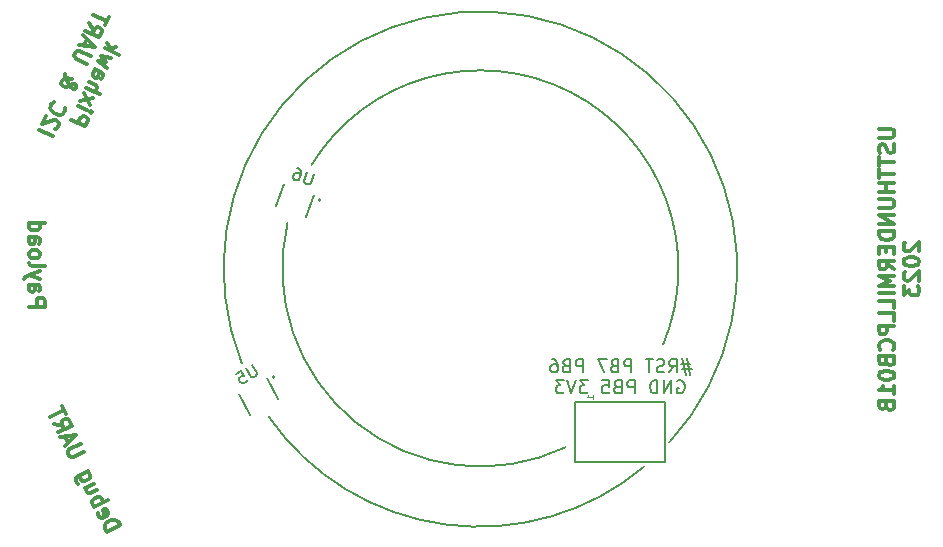
<source format=gbr>
%TF.GenerationSoftware,KiCad,Pcbnew,6.0.11+dfsg-1~bpo11+1*%
%TF.CreationDate,2023-06-13T12:56:10+00:00*%
%TF.ProjectId,USTTHUNDERMILLPCB01,55535454-4855-44e4-9445-524d494c4c50,rev?*%
%TF.SameCoordinates,Original*%
%TF.FileFunction,Legend,Bot*%
%TF.FilePolarity,Positive*%
%FSLAX46Y46*%
G04 Gerber Fmt 4.6, Leading zero omitted, Abs format (unit mm)*
G04 Created by KiCad (PCBNEW 6.0.11+dfsg-1~bpo11+1) date 2023-06-13 12:56:10*
%MOMM*%
%LPD*%
G01*
G04 APERTURE LIST*
%ADD10C,0.150000*%
%ADD11C,0.200000*%
%ADD12C,0.300000*%
%ADD13C,0.050000*%
%ADD14C,0.127000*%
G04 APERTURE END LIST*
D10*
X15996943Y-14728893D02*
G75*
G03*
X-20199999Y-8050000I-15996943J14728893D01*
G01*
X-17923152Y-12566128D02*
G75*
G03*
X13850000Y-16800000I17823152J12416128D01*
G01*
X15477987Y-6440840D02*
G75*
G03*
X-14300000Y8750000I-15477987J6440840D01*
G01*
X-16322019Y3867063D02*
G75*
G03*
X7200000Y-15149999I16322019J-3867063D01*
G01*
D11*
X17769047Y-8078785D02*
X16983333Y-8078785D01*
X17454761Y-7607357D02*
X17769047Y-9021642D01*
X17088095Y-8550214D02*
X17873809Y-8550214D01*
X17402380Y-9021642D02*
X17088095Y-7607357D01*
X15988095Y-8812119D02*
X16354761Y-8288309D01*
X16616666Y-8812119D02*
X16616666Y-7712119D01*
X16197619Y-7712119D01*
X16092857Y-7764500D01*
X16040476Y-7816880D01*
X15988095Y-7921642D01*
X15988095Y-8078785D01*
X16040476Y-8183547D01*
X16092857Y-8235928D01*
X16197619Y-8288309D01*
X16616666Y-8288309D01*
X15569047Y-8759738D02*
X15411904Y-8812119D01*
X15150000Y-8812119D01*
X15045238Y-8759738D01*
X14992857Y-8707357D01*
X14940476Y-8602595D01*
X14940476Y-8497833D01*
X14992857Y-8393071D01*
X15045238Y-8340690D01*
X15150000Y-8288309D01*
X15359523Y-8235928D01*
X15464285Y-8183547D01*
X15516666Y-8131166D01*
X15569047Y-8026404D01*
X15569047Y-7921642D01*
X15516666Y-7816880D01*
X15464285Y-7764500D01*
X15359523Y-7712119D01*
X15097619Y-7712119D01*
X14940476Y-7764500D01*
X14626190Y-7712119D02*
X13997619Y-7712119D01*
X14311904Y-8812119D02*
X14311904Y-7712119D01*
X12792857Y-8812119D02*
X12792857Y-7712119D01*
X12373809Y-7712119D01*
X12269047Y-7764500D01*
X12216666Y-7816880D01*
X12164285Y-7921642D01*
X12164285Y-8078785D01*
X12216666Y-8183547D01*
X12269047Y-8235928D01*
X12373809Y-8288309D01*
X12792857Y-8288309D01*
X11326190Y-8235928D02*
X11169047Y-8288309D01*
X11116666Y-8340690D01*
X11064285Y-8445452D01*
X11064285Y-8602595D01*
X11116666Y-8707357D01*
X11169047Y-8759738D01*
X11273809Y-8812119D01*
X11692857Y-8812119D01*
X11692857Y-7712119D01*
X11326190Y-7712119D01*
X11221428Y-7764500D01*
X11169047Y-7816880D01*
X11116666Y-7921642D01*
X11116666Y-8026404D01*
X11169047Y-8131166D01*
X11221428Y-8183547D01*
X11326190Y-8235928D01*
X11692857Y-8235928D01*
X10697619Y-7712119D02*
X9964285Y-7712119D01*
X10435714Y-8812119D01*
X8707142Y-8812119D02*
X8707142Y-7712119D01*
X8288095Y-7712119D01*
X8183333Y-7764500D01*
X8130952Y-7816880D01*
X8078571Y-7921642D01*
X8078571Y-8078785D01*
X8130952Y-8183547D01*
X8183333Y-8235928D01*
X8288095Y-8288309D01*
X8707142Y-8288309D01*
X7240476Y-8235928D02*
X7083333Y-8288309D01*
X7030952Y-8340690D01*
X6978571Y-8445452D01*
X6978571Y-8602595D01*
X7030952Y-8707357D01*
X7083333Y-8759738D01*
X7188095Y-8812119D01*
X7607142Y-8812119D01*
X7607142Y-7712119D01*
X7240476Y-7712119D01*
X7135714Y-7764500D01*
X7083333Y-7816880D01*
X7030952Y-7921642D01*
X7030952Y-8026404D01*
X7083333Y-8131166D01*
X7135714Y-8183547D01*
X7240476Y-8235928D01*
X7607142Y-8235928D01*
X6035714Y-7712119D02*
X6245238Y-7712119D01*
X6350000Y-7764500D01*
X6402380Y-7816880D01*
X6507142Y-7974023D01*
X6559523Y-8183547D01*
X6559523Y-8602595D01*
X6507142Y-8707357D01*
X6454761Y-8759738D01*
X6350000Y-8812119D01*
X6140476Y-8812119D01*
X6035714Y-8759738D01*
X5983333Y-8707357D01*
X5930952Y-8602595D01*
X5930952Y-8340690D01*
X5983333Y-8235928D01*
X6035714Y-8183547D01*
X6140476Y-8131166D01*
X6350000Y-8131166D01*
X6454761Y-8183547D01*
X6507142Y-8235928D01*
X6559523Y-8340690D01*
X16669047Y-9535500D02*
X16773809Y-9483119D01*
X16930952Y-9483119D01*
X17088095Y-9535500D01*
X17192857Y-9640261D01*
X17245238Y-9745023D01*
X17297619Y-9954547D01*
X17297619Y-10111690D01*
X17245238Y-10321214D01*
X17192857Y-10425976D01*
X17088095Y-10530738D01*
X16930952Y-10583119D01*
X16826190Y-10583119D01*
X16669047Y-10530738D01*
X16616666Y-10478357D01*
X16616666Y-10111690D01*
X16826190Y-10111690D01*
X16145238Y-10583119D02*
X16145238Y-9483119D01*
X15516666Y-10583119D01*
X15516666Y-9483119D01*
X14992857Y-10583119D02*
X14992857Y-9483119D01*
X14730952Y-9483119D01*
X14573809Y-9535500D01*
X14469047Y-9640261D01*
X14416666Y-9745023D01*
X14364285Y-9954547D01*
X14364285Y-10111690D01*
X14416666Y-10321214D01*
X14469047Y-10425976D01*
X14573809Y-10530738D01*
X14730952Y-10583119D01*
X14992857Y-10583119D01*
X13054761Y-10583119D02*
X13054761Y-9483119D01*
X12635714Y-9483119D01*
X12530952Y-9535500D01*
X12478571Y-9587880D01*
X12426190Y-9692642D01*
X12426190Y-9849785D01*
X12478571Y-9954547D01*
X12530952Y-10006928D01*
X12635714Y-10059309D01*
X13054761Y-10059309D01*
X11588095Y-10006928D02*
X11430952Y-10059309D01*
X11378571Y-10111690D01*
X11326190Y-10216452D01*
X11326190Y-10373595D01*
X11378571Y-10478357D01*
X11430952Y-10530738D01*
X11535714Y-10583119D01*
X11954761Y-10583119D01*
X11954761Y-9483119D01*
X11588095Y-9483119D01*
X11483333Y-9535500D01*
X11430952Y-9587880D01*
X11378571Y-9692642D01*
X11378571Y-9797404D01*
X11430952Y-9902166D01*
X11483333Y-9954547D01*
X11588095Y-10006928D01*
X11954761Y-10006928D01*
X10330952Y-9483119D02*
X10854761Y-9483119D01*
X10907142Y-10006928D01*
X10854761Y-9954547D01*
X10750000Y-9902166D01*
X10488095Y-9902166D01*
X10383333Y-9954547D01*
X10330952Y-10006928D01*
X10278571Y-10111690D01*
X10278571Y-10373595D01*
X10330952Y-10478357D01*
X10383333Y-10530738D01*
X10488095Y-10583119D01*
X10750000Y-10583119D01*
X10854761Y-10530738D01*
X10907142Y-10478357D01*
X9073809Y-9483119D02*
X8392857Y-9483119D01*
X8759523Y-9902166D01*
X8602380Y-9902166D01*
X8497619Y-9954547D01*
X8445238Y-10006928D01*
X8392857Y-10111690D01*
X8392857Y-10373595D01*
X8445238Y-10478357D01*
X8497619Y-10530738D01*
X8602380Y-10583119D01*
X8916666Y-10583119D01*
X9021428Y-10530738D01*
X9073809Y-10478357D01*
X8078571Y-9483119D02*
X7711904Y-10583119D01*
X7345238Y-9483119D01*
X7083333Y-9483119D02*
X6402380Y-9483119D01*
X6769047Y-9902166D01*
X6611904Y-9902166D01*
X6507142Y-9954547D01*
X6454761Y-10006928D01*
X6402380Y-10111690D01*
X6402380Y-10373595D01*
X6454761Y-10478357D01*
X6507142Y-10530738D01*
X6611904Y-10583119D01*
X6926190Y-10583119D01*
X7030952Y-10530738D01*
X7083333Y-10478357D01*
D12*
X-34638865Y12580246D02*
X-33460664Y12030842D01*
X-33251368Y12479681D01*
X-33255148Y12618052D01*
X-33285091Y12700319D01*
X-33371139Y12808748D01*
X-33539453Y12887234D01*
X-33677824Y12883454D01*
X-33760091Y12853511D01*
X-33868520Y12767463D01*
X-34077817Y12318625D01*
X-34089461Y13758446D02*
X-33303994Y13392177D01*
X-32911261Y13209043D02*
X-32993528Y13179100D01*
X-33023470Y13261367D01*
X-32941203Y13291309D01*
X-32911261Y13209043D01*
X-33023470Y13261367D01*
X-33880164Y14207284D02*
X-32806914Y14458168D01*
X-33094697Y13841015D02*
X-33592381Y14824437D01*
X-33383085Y15273275D02*
X-32204884Y14723871D01*
X-33147626Y15778218D02*
X-32530473Y15490435D01*
X-32444426Y15382006D01*
X-32440645Y15243634D01*
X-32519132Y15075320D01*
X-32627561Y14989273D01*
X-32709827Y14959330D01*
X-32650546Y16844208D02*
X-32033394Y16556426D01*
X-31947346Y16447997D01*
X-31943566Y16309625D01*
X-32048214Y16085206D01*
X-32156643Y15999159D01*
X-32594441Y16818046D02*
X-32702870Y16731999D01*
X-32833681Y16451475D01*
X-32829900Y16313103D01*
X-32743853Y16204675D01*
X-32631643Y16152350D01*
X-32493272Y16156131D01*
X-32384843Y16242178D01*
X-32254032Y16522702D01*
X-32145603Y16608750D01*
X-31655783Y16926777D02*
X-32336601Y17517466D01*
X-31670905Y17480264D01*
X-32127305Y17966304D01*
X-31237190Y17824454D01*
X-31813360Y18639561D02*
X-30635159Y18090157D01*
X-31312197Y18542474D02*
X-31604063Y19088399D01*
X-30818596Y18722130D02*
X-31476731Y18482589D01*
X-37333710Y11753591D02*
X-36155510Y11204187D01*
X-36032261Y11761454D02*
X-35949994Y11791397D01*
X-35841565Y11877444D01*
X-35710755Y12157968D01*
X-35714535Y12296340D01*
X-35744478Y12378607D01*
X-35830525Y12487035D01*
X-35942735Y12539360D01*
X-36137211Y12561741D01*
X-37124413Y12202429D01*
X-36784306Y12931791D01*
X-36122693Y14057667D02*
X-36204960Y14027724D01*
X-36339551Y13885572D01*
X-36391875Y13773362D01*
X-36414257Y13578886D01*
X-36354371Y13414352D01*
X-36268324Y13305923D01*
X-36070067Y13145170D01*
X-35901752Y13066684D01*
X-35651171Y13018140D01*
X-35512800Y13021921D01*
X-35348266Y13081806D01*
X-35213675Y13223959D01*
X-35161351Y13336168D01*
X-35138969Y13530645D01*
X-35168912Y13612911D01*
X-35136095Y16466391D02*
X-35162257Y16410286D01*
X-35158477Y16271915D01*
X-35068649Y16025114D01*
X-34862830Y15587618D01*
X-34746840Y15396922D01*
X-34604688Y15262331D01*
X-34492478Y15210007D01*
X-34354107Y15213788D01*
X-34245678Y15299835D01*
X-34219516Y15355940D01*
X-34223296Y15494311D01*
X-34309344Y15602740D01*
X-34365449Y15628902D01*
X-34503820Y15625122D01*
X-34586087Y15595179D01*
X-34967479Y15363199D01*
X-35049746Y15333256D01*
X-35188117Y15329476D01*
X-35356431Y15407962D01*
X-35442479Y15516391D01*
X-35472422Y15598658D01*
X-35476202Y15737029D01*
X-35397716Y15905344D01*
X-35289287Y15991391D01*
X-35207020Y16021334D01*
X-34904115Y16085000D01*
X-34709638Y16062618D01*
X-34597429Y16010294D01*
X-33303843Y17319607D02*
X-34257624Y17764362D01*
X-34343671Y17872791D01*
X-34373614Y17955058D01*
X-34377395Y18093429D01*
X-34272746Y18317849D01*
X-34164317Y18403896D01*
X-34082051Y18433839D01*
X-33943679Y18437619D01*
X-32989898Y17992864D01*
X-33596011Y18890238D02*
X-33334390Y19451286D01*
X-33984963Y18935001D02*
X-32623629Y18778331D01*
X-33618694Y19720468D01*
X-33121615Y20786458D02*
X-32743702Y20132104D01*
X-33435560Y20113201D02*
X-32257360Y19563797D01*
X-32048063Y20012636D01*
X-32051844Y20151007D01*
X-32081786Y20233274D01*
X-32167834Y20341703D01*
X-32336148Y20420189D01*
X-32474520Y20416409D01*
X-32556786Y20386466D01*
X-32665215Y20300418D01*
X-32874512Y19851580D01*
X-31786442Y20573683D02*
X-31472497Y21246940D01*
X-32807670Y21459716D02*
X-31629470Y20910312D01*
X33741595Y11804762D02*
X34793976Y11804762D01*
X34917785Y11742858D01*
X34979690Y11680953D01*
X35041595Y11557143D01*
X35041595Y11309524D01*
X34979690Y11185715D01*
X34917785Y11123810D01*
X34793976Y11061905D01*
X33741595Y11061905D01*
X34979690Y10504762D02*
X35041595Y10319048D01*
X35041595Y10009524D01*
X34979690Y9885715D01*
X34917785Y9823810D01*
X34793976Y9761905D01*
X34670166Y9761905D01*
X34546357Y9823810D01*
X34484452Y9885715D01*
X34422547Y10009524D01*
X34360642Y10257143D01*
X34298738Y10380953D01*
X34236833Y10442858D01*
X34113023Y10504762D01*
X33989214Y10504762D01*
X33865404Y10442858D01*
X33803500Y10380953D01*
X33741595Y10257143D01*
X33741595Y9947620D01*
X33803500Y9761905D01*
X33741595Y9390477D02*
X33741595Y8647620D01*
X35041595Y9019048D02*
X33741595Y9019048D01*
X33741595Y8400000D02*
X33741595Y7657143D01*
X35041595Y8028572D02*
X33741595Y8028572D01*
X35041595Y7223810D02*
X33741595Y7223810D01*
X34360642Y7223810D02*
X34360642Y6480953D01*
X35041595Y6480953D02*
X33741595Y6480953D01*
X33741595Y5861905D02*
X34793976Y5861905D01*
X34917785Y5800000D01*
X34979690Y5738096D01*
X35041595Y5614286D01*
X35041595Y5366667D01*
X34979690Y5242858D01*
X34917785Y5180953D01*
X34793976Y5119048D01*
X33741595Y5119048D01*
X35041595Y4500000D02*
X33741595Y4500000D01*
X35041595Y3757143D01*
X33741595Y3757143D01*
X35041595Y3138096D02*
X33741595Y3138096D01*
X33741595Y2828572D01*
X33803500Y2642858D01*
X33927309Y2519048D01*
X34051119Y2457143D01*
X34298738Y2395239D01*
X34484452Y2395239D01*
X34732071Y2457143D01*
X34855880Y2519048D01*
X34979690Y2642858D01*
X35041595Y2828572D01*
X35041595Y3138096D01*
X34360642Y1838096D02*
X34360642Y1404762D01*
X35041595Y1219048D02*
X35041595Y1838096D01*
X33741595Y1838096D01*
X33741595Y1219048D01*
X35041595Y-80952D02*
X34422547Y352381D01*
X35041595Y661905D02*
X33741595Y661905D01*
X33741595Y166667D01*
X33803500Y42858D01*
X33865404Y-19047D01*
X33989214Y-80952D01*
X34174928Y-80952D01*
X34298738Y-19047D01*
X34360642Y42858D01*
X34422547Y166667D01*
X34422547Y661905D01*
X35041595Y-638095D02*
X33741595Y-638095D01*
X34670166Y-1071428D01*
X33741595Y-1504761D01*
X35041595Y-1504761D01*
X35041595Y-2123809D02*
X33741595Y-2123809D01*
X35041595Y-3361904D02*
X35041595Y-2742857D01*
X33741595Y-2742857D01*
X35041595Y-4414285D02*
X35041595Y-3795238D01*
X33741595Y-3795238D01*
X35041595Y-4847619D02*
X33741595Y-4847619D01*
X33741595Y-5342857D01*
X33803500Y-5466666D01*
X33865404Y-5528571D01*
X33989214Y-5590476D01*
X34174928Y-5590476D01*
X34298738Y-5528571D01*
X34360642Y-5466666D01*
X34422547Y-5342857D01*
X34422547Y-4847619D01*
X34917785Y-6890476D02*
X34979690Y-6828571D01*
X35041595Y-6642857D01*
X35041595Y-6519047D01*
X34979690Y-6333333D01*
X34855880Y-6209523D01*
X34732071Y-6147619D01*
X34484452Y-6085714D01*
X34298738Y-6085714D01*
X34051119Y-6147619D01*
X33927309Y-6209523D01*
X33803500Y-6333333D01*
X33741595Y-6519047D01*
X33741595Y-6642857D01*
X33803500Y-6828571D01*
X33865404Y-6890476D01*
X34360642Y-7880952D02*
X34422547Y-8066666D01*
X34484452Y-8128571D01*
X34608261Y-8190476D01*
X34793976Y-8190476D01*
X34917785Y-8128571D01*
X34979690Y-8066666D01*
X35041595Y-7942857D01*
X35041595Y-7447619D01*
X33741595Y-7447619D01*
X33741595Y-7880952D01*
X33803500Y-8004761D01*
X33865404Y-8066666D01*
X33989214Y-8128571D01*
X34113023Y-8128571D01*
X34236833Y-8066666D01*
X34298738Y-8004761D01*
X34360642Y-7880952D01*
X34360642Y-7447619D01*
X33741595Y-8995238D02*
X33741595Y-9119047D01*
X33803500Y-9242857D01*
X33865404Y-9304761D01*
X33989214Y-9366666D01*
X34236833Y-9428571D01*
X34546357Y-9428571D01*
X34793976Y-9366666D01*
X34917785Y-9304761D01*
X34979690Y-9242857D01*
X35041595Y-9119047D01*
X35041595Y-8995238D01*
X34979690Y-8871428D01*
X34917785Y-8809523D01*
X34793976Y-8747619D01*
X34546357Y-8685714D01*
X34236833Y-8685714D01*
X33989214Y-8747619D01*
X33865404Y-8809523D01*
X33803500Y-8871428D01*
X33741595Y-8995238D01*
X35041595Y-10666666D02*
X35041595Y-9923809D01*
X35041595Y-10295238D02*
X33741595Y-10295238D01*
X33927309Y-10171428D01*
X34051119Y-10047619D01*
X34113023Y-9923809D01*
X34360642Y-11657142D02*
X34422547Y-11842857D01*
X34484452Y-11904761D01*
X34608261Y-11966666D01*
X34793976Y-11966666D01*
X34917785Y-11904761D01*
X34979690Y-11842857D01*
X35041595Y-11719047D01*
X35041595Y-11223809D01*
X33741595Y-11223809D01*
X33741595Y-11657142D01*
X33803500Y-11780952D01*
X33865404Y-11842857D01*
X33989214Y-11904761D01*
X34113023Y-11904761D01*
X34236833Y-11842857D01*
X34298738Y-11780952D01*
X34360642Y-11657142D01*
X34360642Y-11223809D01*
X35958404Y2178572D02*
X35896500Y2116667D01*
X35834595Y1992858D01*
X35834595Y1683334D01*
X35896500Y1559524D01*
X35958404Y1497620D01*
X36082214Y1435715D01*
X36206023Y1435715D01*
X36391738Y1497620D01*
X37134595Y2240477D01*
X37134595Y1435715D01*
X35834595Y630953D02*
X35834595Y507143D01*
X35896500Y383334D01*
X35958404Y321429D01*
X36082214Y259524D01*
X36329833Y197620D01*
X36639357Y197620D01*
X36886976Y259524D01*
X37010785Y321429D01*
X37072690Y383334D01*
X37134595Y507143D01*
X37134595Y630953D01*
X37072690Y754762D01*
X37010785Y816667D01*
X36886976Y878572D01*
X36639357Y940477D01*
X36329833Y940477D01*
X36082214Y878572D01*
X35958404Y816667D01*
X35896500Y754762D01*
X35834595Y630953D01*
X35958404Y-297619D02*
X35896500Y-359523D01*
X35834595Y-483333D01*
X35834595Y-792857D01*
X35896500Y-916666D01*
X35958404Y-978571D01*
X36082214Y-1040476D01*
X36206023Y-1040476D01*
X36391738Y-978571D01*
X37134595Y-235714D01*
X37134595Y-1040476D01*
X35834595Y-1473809D02*
X35834595Y-2278571D01*
X36329833Y-1845238D01*
X36329833Y-2030952D01*
X36391738Y-2154761D01*
X36453642Y-2216666D01*
X36577452Y-2278571D01*
X36886976Y-2278571D01*
X37010785Y-2216666D01*
X37072690Y-2154761D01*
X37134595Y-2030952D01*
X37134595Y-1659523D01*
X37072690Y-1535714D01*
X37010785Y-1473809D01*
X-31649792Y-22337550D02*
X-30481360Y-21767668D01*
X-30617046Y-21489470D01*
X-30754098Y-21349688D01*
X-30919651Y-21292683D01*
X-31058068Y-21291318D01*
X-31307764Y-21344228D01*
X-31474683Y-21425640D01*
X-31670104Y-21589828D01*
X-31754246Y-21699742D01*
X-31811251Y-21865296D01*
X-31785478Y-22059352D01*
X-31649792Y-22337550D01*
X-32381133Y-20696864D02*
X-32382498Y-20835280D01*
X-32273949Y-21057839D01*
X-32164035Y-21141981D01*
X-32025618Y-21143346D01*
X-31580501Y-20926248D01*
X-31496359Y-20816334D01*
X-31494994Y-20677917D01*
X-31603543Y-20455359D01*
X-31713457Y-20371217D01*
X-31851874Y-20369852D01*
X-31963153Y-20424126D01*
X-31803060Y-21034797D01*
X-32708145Y-20167605D02*
X-31539713Y-19597722D01*
X-31984830Y-19814820D02*
X-31983465Y-19676404D01*
X-32092014Y-19453845D01*
X-32201928Y-19369703D01*
X-32284705Y-19341201D01*
X-32423122Y-19339836D01*
X-32756959Y-19502660D01*
X-32841101Y-19612574D01*
X-32869604Y-19695351D01*
X-32870969Y-19833767D01*
X-32762420Y-20056326D01*
X-32652506Y-20140468D01*
X-32689034Y-18229774D02*
X-33467989Y-18609695D01*
X-32444798Y-18730530D02*
X-33056834Y-19029040D01*
X-33195251Y-19027675D01*
X-33305165Y-18943533D01*
X-33386577Y-18776614D01*
X-33385212Y-18638198D01*
X-33356709Y-18555421D01*
X-33204642Y-17172621D02*
X-34150515Y-17633954D01*
X-34234657Y-17743868D01*
X-34263160Y-17826645D01*
X-34264525Y-17965062D01*
X-34183113Y-18131980D01*
X-34073199Y-18216122D01*
X-33927957Y-17525405D02*
X-33929322Y-17663821D01*
X-33820773Y-17886380D01*
X-33710859Y-17970522D01*
X-33628082Y-17999024D01*
X-33489665Y-18000389D01*
X-33155828Y-17837566D01*
X-33071686Y-17727652D01*
X-33043183Y-17644875D01*
X-33041818Y-17506458D01*
X-33150367Y-17283900D01*
X-33260281Y-17199758D01*
X-33520733Y-15536029D02*
X-34466607Y-15997363D01*
X-34605023Y-15995998D01*
X-34687800Y-15967495D01*
X-34797714Y-15883353D01*
X-34906263Y-15660795D01*
X-34904898Y-15522378D01*
X-34876396Y-15439601D01*
X-34792254Y-15329687D01*
X-33846380Y-14868354D01*
X-34925210Y-14774656D02*
X-35196583Y-14218260D01*
X-35204773Y-15048759D02*
X-34226302Y-14089399D01*
X-35584695Y-14269804D01*
X-36100303Y-13212651D02*
X-35353946Y-13330756D01*
X-35774656Y-13880327D02*
X-34606224Y-13310444D01*
X-34823322Y-12865327D01*
X-34933236Y-12781185D01*
X-35016013Y-12752683D01*
X-35154429Y-12751317D01*
X-35321348Y-12832729D01*
X-35405490Y-12942643D01*
X-35433993Y-13025420D01*
X-35435358Y-13163837D01*
X-35218260Y-13608954D01*
X-35094694Y-12308931D02*
X-35420341Y-11641255D01*
X-36425950Y-12544975D02*
X-35257518Y-11975093D01*
X-38188096Y-3228571D02*
X-36888096Y-3228571D01*
X-36888096Y-2733333D01*
X-36950000Y-2609523D01*
X-37011905Y-2547619D01*
X-37135715Y-2485714D01*
X-37321429Y-2485714D01*
X-37445239Y-2547619D01*
X-37507143Y-2609523D01*
X-37569048Y-2733333D01*
X-37569048Y-3228571D01*
X-38188096Y-1371428D02*
X-37507143Y-1371428D01*
X-37383334Y-1433333D01*
X-37321429Y-1557142D01*
X-37321429Y-1804761D01*
X-37383334Y-1928571D01*
X-38126191Y-1371428D02*
X-38188096Y-1495238D01*
X-38188096Y-1804761D01*
X-38126191Y-1928571D01*
X-38002381Y-1990476D01*
X-37878572Y-1990476D01*
X-37754762Y-1928571D01*
X-37692858Y-1804761D01*
X-37692858Y-1495238D01*
X-37630953Y-1371428D01*
X-37321429Y-876190D02*
X-38188096Y-566666D01*
X-37321429Y-257142D02*
X-38188096Y-566666D01*
X-38497620Y-690476D01*
X-38559524Y-752380D01*
X-38621429Y-876190D01*
X-38188096Y423810D02*
X-38126191Y300000D01*
X-38002381Y238096D01*
X-36888096Y238096D01*
X-38188096Y1104762D02*
X-38126191Y980953D01*
X-38064286Y919048D01*
X-37940477Y857143D01*
X-37569048Y857143D01*
X-37445239Y919048D01*
X-37383334Y980953D01*
X-37321429Y1104762D01*
X-37321429Y1290477D01*
X-37383334Y1414286D01*
X-37445239Y1476191D01*
X-37569048Y1538096D01*
X-37940477Y1538096D01*
X-38064286Y1476191D01*
X-38126191Y1414286D01*
X-38188096Y1290477D01*
X-38188096Y1104762D01*
X-38188096Y2652381D02*
X-37507143Y2652381D01*
X-37383334Y2590477D01*
X-37321429Y2466667D01*
X-37321429Y2219048D01*
X-37383334Y2095239D01*
X-38126191Y2652381D02*
X-38188096Y2528572D01*
X-38188096Y2219048D01*
X-38126191Y2095239D01*
X-38002381Y2033334D01*
X-37878572Y2033334D01*
X-37754762Y2095239D01*
X-37692858Y2219048D01*
X-37692858Y2528572D01*
X-37630953Y2652381D01*
X-38188096Y3828572D02*
X-36888096Y3828572D01*
X-38126191Y3828572D02*
X-38188096Y3704762D01*
X-38188096Y3457143D01*
X-38126191Y3333334D01*
X-38064286Y3271429D01*
X-37940477Y3209524D01*
X-37569048Y3209524D01*
X-37445239Y3271429D01*
X-37383334Y3333334D01*
X-37321429Y3457143D01*
X-37321429Y3704762D01*
X-37383334Y3828572D01*
D10*
%TO.C,U6*%
X-14102150Y7985676D02*
X-14379024Y7224973D01*
X-14456345Y7151765D01*
X-14517378Y7123304D01*
X-14623160Y7111130D01*
X-14802149Y7176277D01*
X-14875357Y7253598D01*
X-14903817Y7314632D01*
X-14915991Y7420413D01*
X-14639118Y8181116D01*
X-15489316Y8490563D02*
X-15310327Y8425416D01*
X-15237119Y8348096D01*
X-15208658Y8287062D01*
X-15168024Y8120247D01*
X-15188423Y7924971D01*
X-15318717Y7566993D01*
X-15396037Y7493785D01*
X-15457071Y7465324D01*
X-15562852Y7453151D01*
X-15741841Y7518297D01*
X-15815049Y7595618D01*
X-15843510Y7656652D01*
X-15855684Y7762433D01*
X-15774250Y7986169D01*
X-15696930Y8059377D01*
X-15635896Y8087838D01*
X-15530115Y8100012D01*
X-15351126Y8034865D01*
X-15277918Y7957544D01*
X-15249457Y7896510D01*
X-15237283Y7790729D01*
%TO.C,U5*%
X-19357532Y-8174746D02*
X-18952770Y-8875814D01*
X-18946390Y-8982102D01*
X-18963820Y-9047151D01*
X-19022489Y-9136010D01*
X-19187447Y-9231248D01*
X-19293735Y-9237627D01*
X-19358784Y-9220198D01*
X-19447642Y-9161529D01*
X-19852404Y-8460460D01*
X-20677190Y-8936651D02*
X-20264797Y-8698556D01*
X-19985462Y-9087139D01*
X-20050511Y-9069709D01*
X-20156799Y-9076089D01*
X-20362996Y-9195137D01*
X-20421665Y-9283995D01*
X-20439095Y-9349044D01*
X-20432715Y-9455332D01*
X-20313667Y-9661529D01*
X-20224809Y-9720198D01*
X-20159760Y-9737627D01*
X-20053472Y-9731248D01*
X-19847275Y-9612200D01*
X-19788606Y-9523342D01*
X-19771177Y-9458293D01*
D13*
%TO.C,J4*%
X9508590Y-11047657D02*
X9508590Y-10761942D01*
X9508590Y-10904800D02*
X9008590Y-10904800D01*
X9080019Y-10857180D01*
X9127638Y-10809561D01*
X9151447Y-10761942D01*
D14*
%TO.C,U6*%
X-14057468Y6189661D02*
X-14741508Y4310276D01*
X-16632226Y7126796D02*
X-17316266Y5247411D01*
D11*
X-13525472Y5787414D02*
G75*
G03*
X-13525472Y5787414I-100000J0D01*
G01*
D14*
%TO.C,U5*%
X-18100296Y-9292175D02*
X-17100296Y-11024225D01*
X-20473206Y-10662175D02*
X-19473206Y-12394225D01*
D11*
X-17414476Y-9219806D02*
G75*
G03*
X-17414476Y-9219806I-100000J0D01*
G01*
D10*
%TO.C,J4*%
X8012400Y-11285800D02*
X8012400Y-16365800D01*
X8012400Y-16365800D02*
X15632400Y-16365800D01*
X15632400Y-16365800D02*
X15632400Y-11285800D01*
X15632400Y-11285800D02*
X8012400Y-11285800D01*
%TD*%
M02*

</source>
